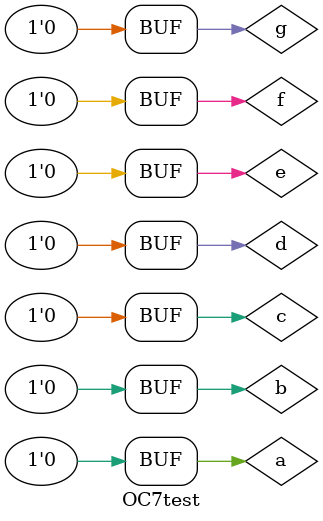
<source format=v>
module OC7test;
reg a =0, b = 0 , c = 0, d = 0 , e = 0 , f = 0, g = 0;
wire Y0, Y1, Y2, w0, w1, w2;
OC7 test (a, b, c, d, e, f, g, Y2, Y1, Y0);
OC7assign test2 (a, b, c, d, e, f, g, w2, w1, w0);
initial begin
	repeat (128) begin 
#200
	 {a, b, c, d, e, f, g} = {a, b, c, d, e, f, g} +1;
	end
end 
endmodule 

</source>
